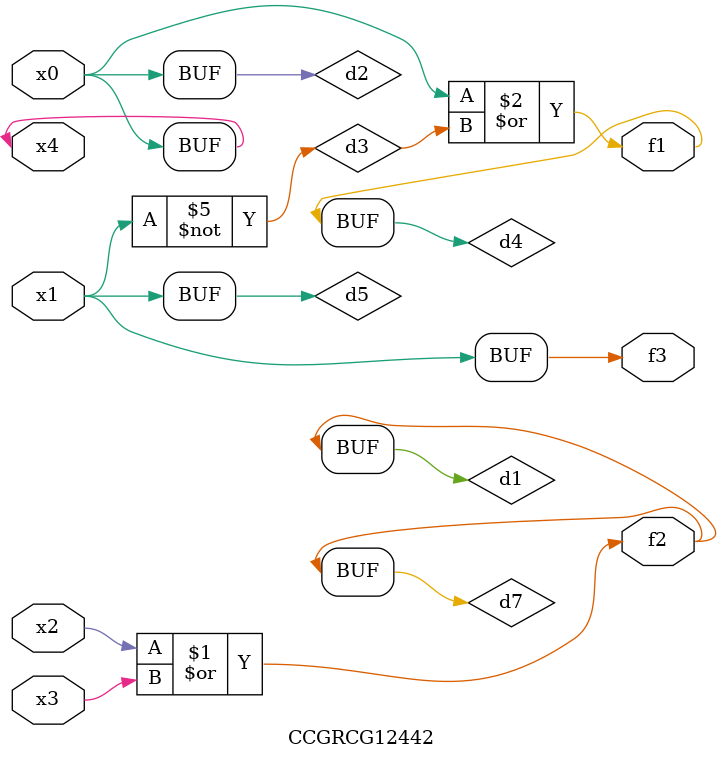
<source format=v>
module CCGRCG12442(
	input x0, x1, x2, x3, x4,
	output f1, f2, f3
);

	wire d1, d2, d3, d4, d5, d6, d7;

	or (d1, x2, x3);
	buf (d2, x0, x4);
	not (d3, x1);
	or (d4, d2, d3);
	not (d5, d3);
	nand (d6, d1, d3);
	or (d7, d1);
	assign f1 = d4;
	assign f2 = d7;
	assign f3 = d5;
endmodule

</source>
